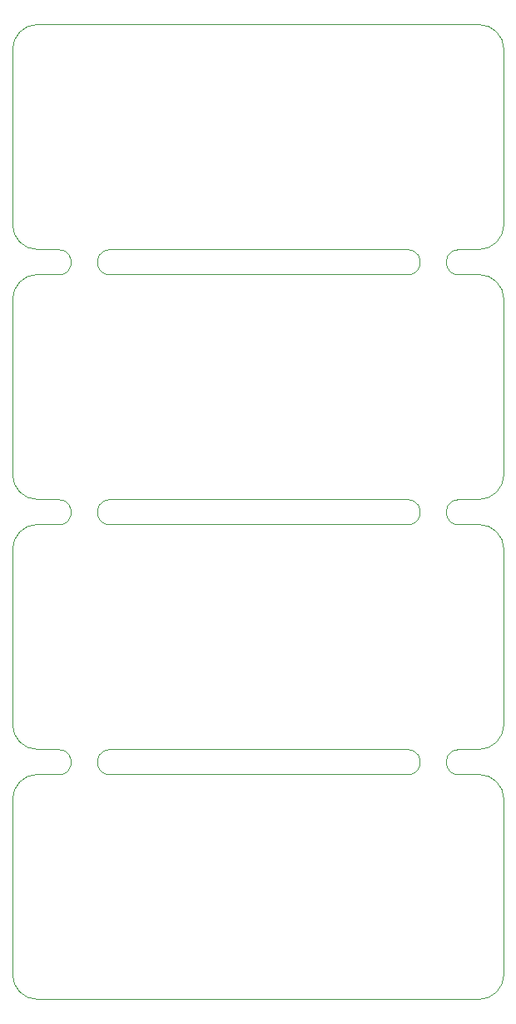
<source format=gbr>
G04 #@! TF.GenerationSoftware,KiCad,Pcbnew,(5.1.2)-1*
G04 #@! TF.CreationDate,2019-07-17T12:19:40+10:00*
G04 #@! TF.ProjectId,output.panel,6f757470-7574-42e7-9061-6e656c2e6b69,rev?*
G04 #@! TF.SameCoordinates,Original*
G04 #@! TF.FileFunction,Profile,NP*
%FSLAX46Y46*%
G04 Gerber Fmt 4.6, Leading zero omitted, Abs format (unit mm)*
G04 Created by KiCad (PCBNEW (5.1.2)-1) date 2019-07-17 12:19:40*
%MOMM*%
%LPD*%
G04 APERTURE LIST*
%ADD10C,0.050000*%
%ADD11C,0.100000*%
G04 APERTURE END LIST*
D10*
X133193600Y-156480000D02*
X88286400Y-156480000D01*
X88286400Y-57420000D02*
X133193600Y-57420000D01*
D11*
X90500000Y-131080000D02*
X88286400Y-131080000D01*
X90500000Y-133620000D02*
X88286400Y-133620000D01*
X90500000Y-133620000D02*
X90599653Y-133611674D01*
X90500000Y-131080000D02*
X90599653Y-131088326D01*
X90599653Y-133611674D02*
X90698267Y-133595080D01*
X90599653Y-131088326D02*
X90698267Y-131104920D01*
X90698267Y-133595080D02*
X90795157Y-133570333D01*
X90698267Y-131104920D02*
X90795157Y-131129667D01*
X90795157Y-133570333D02*
X90889650Y-133537605D01*
X90795157Y-131129667D02*
X90889650Y-131162395D01*
X90889650Y-133537605D02*
X90981090Y-133497123D01*
X90889650Y-131162395D02*
X90981090Y-131202877D01*
X90981090Y-133497123D02*
X91068842Y-133449168D01*
X90981090Y-131202877D02*
X91068842Y-131250832D01*
X91068842Y-133449168D02*
X91152297Y-133394073D01*
X91068842Y-131250832D02*
X91152297Y-131305927D01*
X91152297Y-133394073D02*
X91230875Y-133332221D01*
X91152297Y-131305927D02*
X91230875Y-131367779D01*
X91230875Y-133332221D02*
X91304030Y-133264041D01*
X91230875Y-131367779D02*
X91304030Y-131435959D01*
X91304030Y-133264041D02*
X91371254Y-133190007D01*
X91304030Y-131435959D02*
X91371254Y-131509993D01*
X91371254Y-133190007D02*
X91432080Y-133110633D01*
X91371254Y-131509993D02*
X91432080Y-131589367D01*
X91432080Y-133110633D02*
X91486086Y-133026470D01*
X91432080Y-131589367D02*
X91486086Y-131673530D01*
X91486086Y-133026470D02*
X91532897Y-132938103D01*
X91486086Y-131673530D02*
X91532897Y-131761897D01*
X91532897Y-132938103D02*
X91572188Y-132846145D01*
X91532897Y-131761897D02*
X91572188Y-131853855D01*
X91572188Y-132846145D02*
X91603686Y-132751235D01*
X91572188Y-131853855D02*
X91603686Y-131948765D01*
X91603686Y-132751235D02*
X91627172Y-132654032D01*
X91603686Y-131948765D02*
X91627172Y-132045968D01*
X91627172Y-132654032D02*
X91642483Y-132555211D01*
X91627172Y-132045968D02*
X91642483Y-132144789D01*
X91642483Y-132555211D02*
X91649513Y-132455458D01*
X91642483Y-132144789D02*
X91649513Y-132244542D01*
X91649513Y-132244542D02*
X91649513Y-132455458D01*
X95500043Y-133620000D02*
X95400390Y-133611674D01*
X95500043Y-131080000D02*
X95400390Y-131088326D01*
X95400390Y-133611674D02*
X95301776Y-133595080D01*
X95400390Y-131088326D02*
X95301776Y-131104920D01*
X95301776Y-133595080D02*
X95204886Y-133570333D01*
X95301776Y-131104920D02*
X95204886Y-131129667D01*
X95204886Y-133570333D02*
X95110393Y-133537605D01*
X95204886Y-131129667D02*
X95110393Y-131162395D01*
X95110393Y-133537605D02*
X95018953Y-133497123D01*
X95110393Y-131162395D02*
X95018953Y-131202877D01*
X95018953Y-133497123D02*
X94931201Y-133449168D01*
X95018953Y-131202877D02*
X94931201Y-131250832D01*
X94931201Y-133449168D02*
X94847746Y-133394073D01*
X94931201Y-131250832D02*
X94847746Y-131305927D01*
X94847746Y-133394073D02*
X94769168Y-133332221D01*
X94847746Y-131305927D02*
X94769168Y-131367779D01*
X94769168Y-133332221D02*
X94696013Y-133264041D01*
X94769168Y-131367779D02*
X94696013Y-131435959D01*
X94696013Y-133264041D02*
X94628789Y-133190007D01*
X94696013Y-131435959D02*
X94628789Y-131509993D01*
X94628789Y-133190007D02*
X94567963Y-133110633D01*
X94628789Y-131509993D02*
X94567963Y-131589367D01*
X94567963Y-133110633D02*
X94513957Y-133026470D01*
X94567963Y-131589367D02*
X94513957Y-131673530D01*
X94513957Y-133026470D02*
X94467146Y-132938103D01*
X94513957Y-131673530D02*
X94467146Y-131761897D01*
X94467146Y-132938103D02*
X94427855Y-132846145D01*
X94467146Y-131761897D02*
X94427855Y-131853855D01*
X94427855Y-132846145D02*
X94396357Y-132751235D01*
X94427855Y-131853855D02*
X94396357Y-131948765D01*
X94396357Y-132751235D02*
X94372871Y-132654032D01*
X94396357Y-131948765D02*
X94372871Y-132045968D01*
X94372871Y-132654032D02*
X94357560Y-132555211D01*
X94372871Y-132045968D02*
X94357560Y-132144789D01*
X94357560Y-132555211D02*
X94350530Y-132455458D01*
X94357560Y-132144789D02*
X94350530Y-132244542D01*
X94350530Y-132244542D02*
X94350530Y-132455458D01*
X90500000Y-105680000D02*
X88286400Y-105680000D01*
X90500000Y-108220000D02*
X88286400Y-108220000D01*
X90500000Y-108220000D02*
X90599653Y-108211674D01*
X90500000Y-105680000D02*
X90599653Y-105688326D01*
X90599653Y-108211674D02*
X90698267Y-108195080D01*
X90599653Y-105688326D02*
X90698267Y-105704920D01*
X90698267Y-108195080D02*
X90795157Y-108170333D01*
X90698267Y-105704920D02*
X90795157Y-105729667D01*
X90795157Y-108170333D02*
X90889650Y-108137605D01*
X90795157Y-105729667D02*
X90889650Y-105762395D01*
X90889650Y-108137605D02*
X90981090Y-108097123D01*
X90889650Y-105762395D02*
X90981090Y-105802877D01*
X90981090Y-108097123D02*
X91068842Y-108049168D01*
X90981090Y-105802877D02*
X91068842Y-105850832D01*
X91068842Y-108049168D02*
X91152297Y-107994073D01*
X91068842Y-105850832D02*
X91152297Y-105905927D01*
X91152297Y-107994073D02*
X91230875Y-107932221D01*
X91152297Y-105905927D02*
X91230875Y-105967779D01*
X91230875Y-107932221D02*
X91304030Y-107864041D01*
X91230875Y-105967779D02*
X91304030Y-106035959D01*
X91304030Y-107864041D02*
X91371254Y-107790007D01*
X91304030Y-106035959D02*
X91371254Y-106109993D01*
X91371254Y-107790007D02*
X91432080Y-107710633D01*
X91371254Y-106109993D02*
X91432080Y-106189367D01*
X91432080Y-107710633D02*
X91486086Y-107626470D01*
X91432080Y-106189367D02*
X91486086Y-106273530D01*
X91486086Y-107626470D02*
X91532897Y-107538103D01*
X91486086Y-106273530D02*
X91532897Y-106361897D01*
X91532897Y-107538103D02*
X91572188Y-107446145D01*
X91532897Y-106361897D02*
X91572188Y-106453855D01*
X91572188Y-107446145D02*
X91603686Y-107351235D01*
X91572188Y-106453855D02*
X91603686Y-106548765D01*
X91603686Y-107351235D02*
X91627172Y-107254032D01*
X91603686Y-106548765D02*
X91627172Y-106645968D01*
X91627172Y-107254032D02*
X91642483Y-107155211D01*
X91627172Y-106645968D02*
X91642483Y-106744789D01*
X91642483Y-107155211D02*
X91649513Y-107055458D01*
X91642483Y-106744789D02*
X91649513Y-106844542D01*
X91649513Y-106844542D02*
X91649513Y-107055458D01*
X95500043Y-108220000D02*
X95400390Y-108211674D01*
X95500043Y-105680000D02*
X95400390Y-105688326D01*
X95400390Y-108211674D02*
X95301776Y-108195080D01*
X95400390Y-105688326D02*
X95301776Y-105704920D01*
X95301776Y-108195080D02*
X95204886Y-108170333D01*
X95301776Y-105704920D02*
X95204886Y-105729667D01*
X95204886Y-108170333D02*
X95110393Y-108137605D01*
X95204886Y-105729667D02*
X95110393Y-105762395D01*
X95110393Y-108137605D02*
X95018953Y-108097123D01*
X95110393Y-105762395D02*
X95018953Y-105802877D01*
X95018953Y-108097123D02*
X94931201Y-108049168D01*
X95018953Y-105802877D02*
X94931201Y-105850832D01*
X94931201Y-108049168D02*
X94847746Y-107994073D01*
X94931201Y-105850832D02*
X94847746Y-105905927D01*
X94847746Y-107994073D02*
X94769168Y-107932221D01*
X94847746Y-105905927D02*
X94769168Y-105967779D01*
X94769168Y-107932221D02*
X94696013Y-107864041D01*
X94769168Y-105967779D02*
X94696013Y-106035959D01*
X94696013Y-107864041D02*
X94628789Y-107790007D01*
X94696013Y-106035959D02*
X94628789Y-106109993D01*
X94628789Y-107790007D02*
X94567963Y-107710633D01*
X94628789Y-106109993D02*
X94567963Y-106189367D01*
X94567963Y-107710633D02*
X94513957Y-107626470D01*
X94567963Y-106189367D02*
X94513957Y-106273530D01*
X94513957Y-107626470D02*
X94467146Y-107538103D01*
X94513957Y-106273530D02*
X94467146Y-106361897D01*
X94467146Y-107538103D02*
X94427855Y-107446145D01*
X94467146Y-106361897D02*
X94427855Y-106453855D01*
X94427855Y-107446145D02*
X94396357Y-107351235D01*
X94427855Y-106453855D02*
X94396357Y-106548765D01*
X94396357Y-107351235D02*
X94372871Y-107254032D01*
X94396357Y-106548765D02*
X94372871Y-106645968D01*
X94372871Y-107254032D02*
X94357560Y-107155211D01*
X94372871Y-106645968D02*
X94357560Y-106744789D01*
X94357560Y-107155211D02*
X94350530Y-107055458D01*
X94357560Y-106744789D02*
X94350530Y-106844542D01*
X94350530Y-106844542D02*
X94350530Y-107055458D01*
X126000005Y-131080000D02*
X95500043Y-131080000D01*
X131000000Y-131080000D02*
X133193600Y-131080000D01*
X126000005Y-133620000D02*
X95500043Y-133620000D01*
X131000000Y-133620000D02*
X133193600Y-133620000D01*
X126000005Y-133620000D02*
X126099658Y-133611674D01*
X126000005Y-131080000D02*
X126099658Y-131088326D01*
X126099658Y-133611674D02*
X126198272Y-133595080D01*
X126099658Y-131088326D02*
X126198272Y-131104920D01*
X126198272Y-133595080D02*
X126295162Y-133570333D01*
X126198272Y-131104920D02*
X126295162Y-131129667D01*
X126295162Y-133570333D02*
X126389655Y-133537605D01*
X126295162Y-131129667D02*
X126389655Y-131162395D01*
X126389655Y-133537605D02*
X126481095Y-133497123D01*
X126389655Y-131162395D02*
X126481095Y-131202877D01*
X126481095Y-133497123D02*
X126568847Y-133449168D01*
X126481095Y-131202877D02*
X126568847Y-131250832D01*
X126568847Y-133449168D02*
X126652302Y-133394073D01*
X126568847Y-131250832D02*
X126652302Y-131305927D01*
X126652302Y-133394073D02*
X126730880Y-133332221D01*
X126652302Y-131305927D02*
X126730880Y-131367779D01*
X126730880Y-133332221D02*
X126804035Y-133264041D01*
X126730880Y-131367779D02*
X126804035Y-131435959D01*
X126804035Y-133264041D02*
X126871259Y-133190007D01*
X126804035Y-131435959D02*
X126871259Y-131509993D01*
X126871259Y-133190007D02*
X126932085Y-133110633D01*
X126871259Y-131509993D02*
X126932085Y-131589367D01*
X126932085Y-133110633D02*
X126986091Y-133026470D01*
X126932085Y-131589367D02*
X126986091Y-131673530D01*
X126986091Y-133026470D02*
X127032902Y-132938103D01*
X126986091Y-131673530D02*
X127032902Y-131761897D01*
X127032902Y-132938103D02*
X127072193Y-132846145D01*
X127032902Y-131761897D02*
X127072193Y-131853855D01*
X127072193Y-132846145D02*
X127103691Y-132751235D01*
X127072193Y-131853855D02*
X127103691Y-131948765D01*
X127103691Y-132751235D02*
X127127177Y-132654032D01*
X127103691Y-131948765D02*
X127127177Y-132045968D01*
X127127177Y-132654032D02*
X127142488Y-132555211D01*
X127127177Y-132045968D02*
X127142488Y-132144789D01*
X127142488Y-132555211D02*
X127149518Y-132455458D01*
X127142488Y-132144789D02*
X127149518Y-132244542D01*
X127149518Y-132244542D02*
X127149518Y-132455458D01*
X131000000Y-133620000D02*
X130900347Y-133611674D01*
X131000000Y-131080000D02*
X130900347Y-131088326D01*
X130900347Y-133611674D02*
X130801733Y-133595080D01*
X130900347Y-131088326D02*
X130801733Y-131104920D01*
X130801733Y-133595080D02*
X130704843Y-133570333D01*
X130801733Y-131104920D02*
X130704843Y-131129667D01*
X130704843Y-133570333D02*
X130610350Y-133537605D01*
X130704843Y-131129667D02*
X130610350Y-131162395D01*
X130610350Y-133537605D02*
X130518910Y-133497123D01*
X130610350Y-131162395D02*
X130518910Y-131202877D01*
X130518910Y-133497123D02*
X130431158Y-133449168D01*
X130518910Y-131202877D02*
X130431158Y-131250832D01*
X130431158Y-133449168D02*
X130347703Y-133394073D01*
X130431158Y-131250832D02*
X130347703Y-131305927D01*
X130347703Y-133394073D02*
X130269125Y-133332221D01*
X130347703Y-131305927D02*
X130269125Y-131367779D01*
X130269125Y-133332221D02*
X130195970Y-133264041D01*
X130269125Y-131367779D02*
X130195970Y-131435959D01*
X130195970Y-133264041D02*
X130128746Y-133190007D01*
X130195970Y-131435959D02*
X130128746Y-131509993D01*
X130128746Y-133190007D02*
X130067920Y-133110633D01*
X130128746Y-131509993D02*
X130067920Y-131589367D01*
X130067920Y-133110633D02*
X130013914Y-133026470D01*
X130067920Y-131589367D02*
X130013914Y-131673530D01*
X130013914Y-133026470D02*
X129967103Y-132938103D01*
X130013914Y-131673530D02*
X129967103Y-131761897D01*
X129967103Y-132938103D02*
X129927812Y-132846145D01*
X129967103Y-131761897D02*
X129927812Y-131853855D01*
X129927812Y-132846145D02*
X129896314Y-132751235D01*
X129927812Y-131853855D02*
X129896314Y-131948765D01*
X129896314Y-132751235D02*
X129872828Y-132654032D01*
X129896314Y-131948765D02*
X129872828Y-132045968D01*
X129872828Y-132654032D02*
X129857517Y-132555211D01*
X129872828Y-132045968D02*
X129857517Y-132144789D01*
X129857517Y-132555211D02*
X129850487Y-132455458D01*
X129857517Y-132144789D02*
X129850487Y-132244542D01*
X129850487Y-132244542D02*
X129850487Y-132455458D01*
X126000005Y-105680000D02*
X95500043Y-105680000D01*
X131000000Y-105680000D02*
X133193600Y-105680000D01*
X126000005Y-108220000D02*
X95500043Y-108220000D01*
X131000000Y-108220000D02*
X133193600Y-108220000D01*
X126000005Y-108220000D02*
X126099658Y-108211674D01*
X126000005Y-105680000D02*
X126099658Y-105688326D01*
X126099658Y-108211674D02*
X126198272Y-108195080D01*
X126099658Y-105688326D02*
X126198272Y-105704920D01*
X126198272Y-108195080D02*
X126295162Y-108170333D01*
X126198272Y-105704920D02*
X126295162Y-105729667D01*
X126295162Y-108170333D02*
X126389655Y-108137605D01*
X126295162Y-105729667D02*
X126389655Y-105762395D01*
X126389655Y-108137605D02*
X126481095Y-108097123D01*
X126389655Y-105762395D02*
X126481095Y-105802877D01*
X126481095Y-108097123D02*
X126568847Y-108049168D01*
X126481095Y-105802877D02*
X126568847Y-105850832D01*
X126568847Y-108049168D02*
X126652302Y-107994073D01*
X126568847Y-105850832D02*
X126652302Y-105905927D01*
X126652302Y-107994073D02*
X126730880Y-107932221D01*
X126652302Y-105905927D02*
X126730880Y-105967779D01*
X126730880Y-107932221D02*
X126804035Y-107864041D01*
X126730880Y-105967779D02*
X126804035Y-106035959D01*
X126804035Y-107864041D02*
X126871259Y-107790007D01*
X126804035Y-106035959D02*
X126871259Y-106109993D01*
X126871259Y-107790007D02*
X126932085Y-107710633D01*
X126871259Y-106109993D02*
X126932085Y-106189367D01*
X126932085Y-107710633D02*
X126986091Y-107626470D01*
X126932085Y-106189367D02*
X126986091Y-106273530D01*
X126986091Y-107626470D02*
X127032902Y-107538103D01*
X126986091Y-106273530D02*
X127032902Y-106361897D01*
X127032902Y-107538103D02*
X127072193Y-107446145D01*
X127032902Y-106361897D02*
X127072193Y-106453855D01*
X127072193Y-107446145D02*
X127103691Y-107351235D01*
X127072193Y-106453855D02*
X127103691Y-106548765D01*
X127103691Y-107351235D02*
X127127177Y-107254032D01*
X127103691Y-106548765D02*
X127127177Y-106645968D01*
X127127177Y-107254032D02*
X127142488Y-107155211D01*
X127127177Y-106645968D02*
X127142488Y-106744789D01*
X127142488Y-107155211D02*
X127149518Y-107055458D01*
X127142488Y-106744789D02*
X127149518Y-106844542D01*
X127149518Y-106844542D02*
X127149518Y-107055458D01*
X131000000Y-108220000D02*
X130900347Y-108211674D01*
X131000000Y-105680000D02*
X130900347Y-105688326D01*
X130900347Y-108211674D02*
X130801733Y-108195080D01*
X130900347Y-105688326D02*
X130801733Y-105704920D01*
X130801733Y-108195080D02*
X130704843Y-108170333D01*
X130801733Y-105704920D02*
X130704843Y-105729667D01*
X130704843Y-108170333D02*
X130610350Y-108137605D01*
X130704843Y-105729667D02*
X130610350Y-105762395D01*
X130610350Y-108137605D02*
X130518910Y-108097123D01*
X130610350Y-105762395D02*
X130518910Y-105802877D01*
X130518910Y-108097123D02*
X130431158Y-108049168D01*
X130518910Y-105802877D02*
X130431158Y-105850832D01*
X130431158Y-108049168D02*
X130347703Y-107994073D01*
X130431158Y-105850832D02*
X130347703Y-105905927D01*
X130347703Y-107994073D02*
X130269125Y-107932221D01*
X130347703Y-105905927D02*
X130269125Y-105967779D01*
X130269125Y-107932221D02*
X130195970Y-107864041D01*
X130269125Y-105967779D02*
X130195970Y-106035959D01*
X130195970Y-107864041D02*
X130128746Y-107790007D01*
X130195970Y-106035959D02*
X130128746Y-106109993D01*
X130128746Y-107790007D02*
X130067920Y-107710633D01*
X130128746Y-106109993D02*
X130067920Y-106189367D01*
X130067920Y-107710633D02*
X130013914Y-107626470D01*
X130067920Y-106189367D02*
X130013914Y-106273530D01*
X130013914Y-107626470D02*
X129967103Y-107538103D01*
X130013914Y-106273530D02*
X129967103Y-106361897D01*
X129967103Y-107538103D02*
X129927812Y-107446145D01*
X129967103Y-106361897D02*
X129927812Y-106453855D01*
X129927812Y-107446145D02*
X129896314Y-107351235D01*
X129927812Y-106453855D02*
X129896314Y-106548765D01*
X129896314Y-107351235D02*
X129872828Y-107254032D01*
X129896314Y-106548765D02*
X129872828Y-106645968D01*
X129872828Y-107254032D02*
X129857517Y-107155211D01*
X129872828Y-106645968D02*
X129857517Y-106744789D01*
X129857517Y-107155211D02*
X129850487Y-107055458D01*
X129857517Y-106744789D02*
X129850487Y-106844542D01*
X129850487Y-106844542D02*
X129850487Y-107055458D01*
X90500000Y-80280000D02*
X88286400Y-80280000D01*
X90500000Y-82820000D02*
X88286400Y-82820000D01*
X90500000Y-82820000D02*
X90599653Y-82811674D01*
X90500000Y-80280000D02*
X90599653Y-80288326D01*
X90599653Y-82811674D02*
X90698267Y-82795080D01*
X90599653Y-80288326D02*
X90698267Y-80304920D01*
X90698267Y-82795080D02*
X90795157Y-82770333D01*
X90698267Y-80304920D02*
X90795157Y-80329667D01*
X90795157Y-82770333D02*
X90889650Y-82737605D01*
X90795157Y-80329667D02*
X90889650Y-80362395D01*
X90889650Y-82737605D02*
X90981090Y-82697123D01*
X90889650Y-80362395D02*
X90981090Y-80402877D01*
X90981090Y-82697123D02*
X91068842Y-82649168D01*
X90981090Y-80402877D02*
X91068842Y-80450832D01*
X91068842Y-82649168D02*
X91152297Y-82594073D01*
X91068842Y-80450832D02*
X91152297Y-80505927D01*
X91152297Y-82594073D02*
X91230875Y-82532221D01*
X91152297Y-80505927D02*
X91230875Y-80567779D01*
X91230875Y-82532221D02*
X91304030Y-82464041D01*
X91230875Y-80567779D02*
X91304030Y-80635959D01*
X91304030Y-82464041D02*
X91371254Y-82390007D01*
X91304030Y-80635959D02*
X91371254Y-80709993D01*
X91371254Y-82390007D02*
X91432080Y-82310633D01*
X91371254Y-80709993D02*
X91432080Y-80789367D01*
X91432080Y-82310633D02*
X91486086Y-82226470D01*
X91432080Y-80789367D02*
X91486086Y-80873530D01*
X91486086Y-82226470D02*
X91532897Y-82138103D01*
X91486086Y-80873530D02*
X91532897Y-80961897D01*
X91532897Y-82138103D02*
X91572188Y-82046145D01*
X91532897Y-80961897D02*
X91572188Y-81053855D01*
X91572188Y-82046145D02*
X91603686Y-81951235D01*
X91572188Y-81053855D02*
X91603686Y-81148765D01*
X91603686Y-81951235D02*
X91627172Y-81854032D01*
X91603686Y-81148765D02*
X91627172Y-81245968D01*
X91627172Y-81854032D02*
X91642483Y-81755211D01*
X91627172Y-81245968D02*
X91642483Y-81344789D01*
X91642483Y-81755211D02*
X91649513Y-81655458D01*
X91642483Y-81344789D02*
X91649513Y-81444542D01*
X91649513Y-81444542D02*
X91649513Y-81655458D01*
X95500043Y-82820000D02*
X95400390Y-82811674D01*
X95500043Y-80280000D02*
X95400390Y-80288326D01*
X95400390Y-82811674D02*
X95301776Y-82795080D01*
X95400390Y-80288326D02*
X95301776Y-80304920D01*
X95301776Y-82795080D02*
X95204886Y-82770333D01*
X95301776Y-80304920D02*
X95204886Y-80329667D01*
X95204886Y-82770333D02*
X95110393Y-82737605D01*
X95204886Y-80329667D02*
X95110393Y-80362395D01*
X95110393Y-82737605D02*
X95018953Y-82697123D01*
X95110393Y-80362395D02*
X95018953Y-80402877D01*
X95018953Y-82697123D02*
X94931201Y-82649168D01*
X95018953Y-80402877D02*
X94931201Y-80450832D01*
X94931201Y-82649168D02*
X94847746Y-82594073D01*
X94931201Y-80450832D02*
X94847746Y-80505927D01*
X94847746Y-82594073D02*
X94769168Y-82532221D01*
X94847746Y-80505927D02*
X94769168Y-80567779D01*
X94769168Y-82532221D02*
X94696013Y-82464041D01*
X94769168Y-80567779D02*
X94696013Y-80635959D01*
X94696013Y-82464041D02*
X94628789Y-82390007D01*
X94696013Y-80635959D02*
X94628789Y-80709993D01*
X94628789Y-82390007D02*
X94567963Y-82310633D01*
X94628789Y-80709993D02*
X94567963Y-80789367D01*
X94567963Y-82310633D02*
X94513957Y-82226470D01*
X94567963Y-80789367D02*
X94513957Y-80873530D01*
X94513957Y-82226470D02*
X94467146Y-82138103D01*
X94513957Y-80873530D02*
X94467146Y-80961897D01*
X94467146Y-82138103D02*
X94427855Y-82046145D01*
X94467146Y-80961897D02*
X94427855Y-81053855D01*
X94427855Y-82046145D02*
X94396357Y-81951235D01*
X94427855Y-81053855D02*
X94396357Y-81148765D01*
X94396357Y-81951235D02*
X94372871Y-81854032D01*
X94396357Y-81148765D02*
X94372871Y-81245968D01*
X94372871Y-81854032D02*
X94357560Y-81755211D01*
X94372871Y-81245968D02*
X94357560Y-81344789D01*
X94357560Y-81755211D02*
X94350530Y-81655458D01*
X94357560Y-81344789D02*
X94350530Y-81444542D01*
X94350530Y-81444542D02*
X94350530Y-81655458D01*
X126000005Y-80280000D02*
X95500043Y-80280000D01*
X131000000Y-80280000D02*
X133193600Y-80280000D01*
X126000005Y-82820000D02*
X95500043Y-82820000D01*
X131000000Y-82820000D02*
X133193600Y-82820000D01*
X126000005Y-82820000D02*
X126099658Y-82811674D01*
X126000005Y-80280000D02*
X126099658Y-80288326D01*
X126099658Y-82811674D02*
X126198272Y-82795080D01*
X126099658Y-80288326D02*
X126198272Y-80304920D01*
X126198272Y-82795080D02*
X126295162Y-82770333D01*
X126198272Y-80304920D02*
X126295162Y-80329667D01*
X126295162Y-82770333D02*
X126389655Y-82737605D01*
X126295162Y-80329667D02*
X126389655Y-80362395D01*
X126389655Y-82737605D02*
X126481095Y-82697123D01*
X126389655Y-80362395D02*
X126481095Y-80402877D01*
X126481095Y-82697123D02*
X126568847Y-82649168D01*
X126481095Y-80402877D02*
X126568847Y-80450832D01*
X126568847Y-82649168D02*
X126652302Y-82594073D01*
X126568847Y-80450832D02*
X126652302Y-80505927D01*
X126652302Y-82594073D02*
X126730880Y-82532221D01*
X126652302Y-80505927D02*
X126730880Y-80567779D01*
X126730880Y-82532221D02*
X126804035Y-82464041D01*
X126730880Y-80567779D02*
X126804035Y-80635959D01*
X126804035Y-82464041D02*
X126871259Y-82390007D01*
X126804035Y-80635959D02*
X126871259Y-80709993D01*
X126871259Y-82390007D02*
X126932085Y-82310633D01*
X126871259Y-80709993D02*
X126932085Y-80789367D01*
X126932085Y-82310633D02*
X126986091Y-82226470D01*
X126932085Y-80789367D02*
X126986091Y-80873530D01*
X126986091Y-82226470D02*
X127032902Y-82138103D01*
X126986091Y-80873530D02*
X127032902Y-80961897D01*
X127032902Y-82138103D02*
X127072193Y-82046145D01*
X127032902Y-80961897D02*
X127072193Y-81053855D01*
X127072193Y-82046145D02*
X127103691Y-81951235D01*
X127072193Y-81053855D02*
X127103691Y-81148765D01*
X127103691Y-81951235D02*
X127127177Y-81854032D01*
X127103691Y-81148765D02*
X127127177Y-81245968D01*
X127127177Y-81854032D02*
X127142488Y-81755211D01*
X127127177Y-81245968D02*
X127142488Y-81344789D01*
X127142488Y-81755211D02*
X127149518Y-81655458D01*
X127142488Y-81344789D02*
X127149518Y-81444542D01*
X127149518Y-81444542D02*
X127149518Y-81655458D01*
X131000000Y-82820000D02*
X130900347Y-82811674D01*
X131000000Y-80280000D02*
X130900347Y-80288326D01*
X130900347Y-82811674D02*
X130801733Y-82795080D01*
X130900347Y-80288326D02*
X130801733Y-80304920D01*
X130801733Y-82795080D02*
X130704843Y-82770333D01*
X130801733Y-80304920D02*
X130704843Y-80329667D01*
X130704843Y-82770333D02*
X130610350Y-82737605D01*
X130704843Y-80329667D02*
X130610350Y-80362395D01*
X130610350Y-82737605D02*
X130518910Y-82697123D01*
X130610350Y-80362395D02*
X130518910Y-80402877D01*
X130518910Y-82697123D02*
X130431158Y-82649168D01*
X130518910Y-80402877D02*
X130431158Y-80450832D01*
X130431158Y-82649168D02*
X130347703Y-82594073D01*
X130431158Y-80450832D02*
X130347703Y-80505927D01*
X130347703Y-82594073D02*
X130269125Y-82532221D01*
X130347703Y-80505927D02*
X130269125Y-80567779D01*
X130269125Y-82532221D02*
X130195970Y-82464041D01*
X130269125Y-80567779D02*
X130195970Y-80635959D01*
X130195970Y-82464041D02*
X130128746Y-82390007D01*
X130195970Y-80635959D02*
X130128746Y-80709993D01*
X130128746Y-82390007D02*
X130067920Y-82310633D01*
X130128746Y-80709993D02*
X130067920Y-80789367D01*
X130067920Y-82310633D02*
X130013914Y-82226470D01*
X130067920Y-80789367D02*
X130013914Y-80873530D01*
X130013914Y-82226470D02*
X129967103Y-82138103D01*
X130013914Y-80873530D02*
X129967103Y-80961897D01*
X129967103Y-82138103D02*
X129927812Y-82046145D01*
X129967103Y-80961897D02*
X129927812Y-81053855D01*
X129927812Y-82046145D02*
X129896314Y-81951235D01*
X129927812Y-81053855D02*
X129896314Y-81148765D01*
X129896314Y-81951235D02*
X129872828Y-81854032D01*
X129896314Y-81148765D02*
X129872828Y-81245968D01*
X129872828Y-81854032D02*
X129857517Y-81755211D01*
X129872828Y-81245968D02*
X129857517Y-81344789D01*
X129857517Y-81755211D02*
X129850487Y-81655458D01*
X129857517Y-81344789D02*
X129850487Y-81444542D01*
X129850487Y-81444542D02*
X129850487Y-81655458D01*
D10*
X135733132Y-153988762D02*
X135733600Y-136160000D01*
X85746400Y-136160000D02*
X85746400Y-153940000D01*
X135733600Y-136160000D02*
G75*
G03X133193600Y-133620000I-2540000J0D01*
G01*
X135733132Y-153988762D02*
G75*
G02X133193600Y-156480000I-2539532J48762D01*
G01*
X85746400Y-153940000D02*
G75*
G03X88286400Y-156480000I2540000J0D01*
G01*
X88286400Y-133620000D02*
G75*
G03X85746400Y-136160000I0J-2540000D01*
G01*
X135733132Y-128588762D02*
X135733600Y-110760000D01*
X85746400Y-110760000D02*
X85746400Y-128540000D01*
X135733600Y-110760000D02*
G75*
G03X133193600Y-108220000I-2540000J0D01*
G01*
X135733132Y-128588762D02*
G75*
G02X133193600Y-131080000I-2539532J48762D01*
G01*
X85746400Y-128540000D02*
G75*
G03X88286400Y-131080000I2540000J0D01*
G01*
X88286400Y-108220000D02*
G75*
G03X85746400Y-110760000I0J-2540000D01*
G01*
X135733132Y-103188762D02*
X135733600Y-85360000D01*
X85746400Y-85360000D02*
X85746400Y-103140000D01*
X135733600Y-85360000D02*
G75*
G03X133193600Y-82820000I-2540000J0D01*
G01*
X135733132Y-103188762D02*
G75*
G02X133193600Y-105680000I-2539532J48762D01*
G01*
X85746400Y-103140000D02*
G75*
G03X88286400Y-105680000I2540000J0D01*
G01*
X88286400Y-82820000D02*
G75*
G03X85746400Y-85360000I0J-2540000D01*
G01*
X88286400Y-57420000D02*
G75*
G03X85746400Y-59960000I0J-2540000D01*
G01*
X85746400Y-77740000D02*
G75*
G03X88286400Y-80280000I2540000J0D01*
G01*
X135733132Y-77788762D02*
G75*
G02X133193600Y-80280000I-2539532J48762D01*
G01*
X135733600Y-59960000D02*
G75*
G03X133193600Y-57420000I-2540000J0D01*
G01*
X85746400Y-59960000D02*
X85746400Y-77740000D01*
X135733132Y-77788762D02*
X135733600Y-59960000D01*
M02*

</source>
